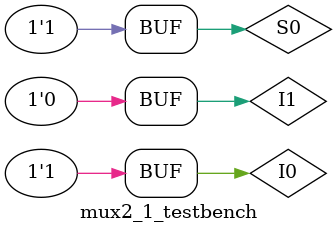
<source format=v>
`define DELAY 20
module mux2_1_testbench(); 
reg I0, I1, S0;
wire Q;

mux2_1 text_mux2_1 ( Q, S0, I1, I0 );

initial begin

S0 = 1'b0; I1 = 1'b0; I0 = 1'b0;
#`DELAY;
S0 = 1'b0; I1 = 1'b0; I0 = 1'b1;
#`DELAY;
S0 = 1'b1; I1 = 1'b1; I0 = 1'b0;
#`DELAY;
S0 = 1'b1; I1 = 1'b0; I0 = 1'b1;
#`DELAY;


end
 
 
initial
begin
$monitor("time = %2d, S0 = %1b, I1 = %1b, I0 = %1b, Q = %1b", $time, S0, I1, I0, Q );
end
 
endmodule
</source>
